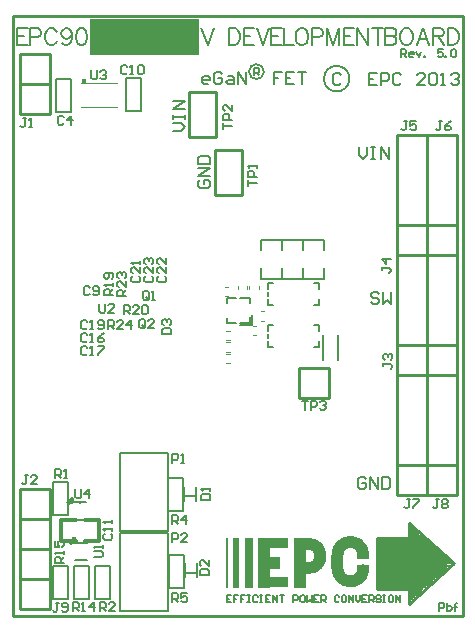
<source format=gto>
%FSLAX25Y25*%
%MOIN*%
G70*
G01*
G75*
%ADD10R,0.03000X0.03370*%
%ADD11R,0.03000X0.03000*%
%ADD12R,0.01181X0.02559*%
%ADD13R,0.07000X0.13500*%
%ADD14R,0.06890X0.05709*%
%ADD15R,0.02953X0.01181*%
%ADD16R,0.02362X0.01181*%
%ADD17R,0.01575X0.02362*%
%ADD18C,0.00886*%
G04:AMPARAMS|DCode=19|XSize=10.83mil|YSize=57.36mil|CornerRadius=2.71mil|HoleSize=0mil|Usage=FLASHONLY|Rotation=180.000|XOffset=0mil|YOffset=0mil|HoleType=Round|Shape=RoundedRectangle|*
%AMROUNDEDRECTD19*
21,1,0.01083,0.05195,0,0,180.0*
21,1,0.00541,0.05736,0,0,180.0*
1,1,0.00541,-0.00271,0.02597*
1,1,0.00541,0.00271,0.02597*
1,1,0.00541,0.00271,-0.02597*
1,1,0.00541,-0.00271,-0.02597*
%
%ADD19ROUNDEDRECTD19*%
G04:AMPARAMS|DCode=20|XSize=10.83mil|YSize=25.79mil|CornerRadius=2.71mil|HoleSize=0mil|Usage=FLASHONLY|Rotation=180.000|XOffset=0mil|YOffset=0mil|HoleType=Round|Shape=RoundedRectangle|*
%AMROUNDEDRECTD20*
21,1,0.01083,0.02037,0,0,180.0*
21,1,0.00541,0.02579,0,0,180.0*
1,1,0.00541,-0.00271,0.01019*
1,1,0.00541,0.00271,0.01019*
1,1,0.00541,0.00271,-0.01019*
1,1,0.00541,-0.00271,-0.01019*
%
%ADD20ROUNDEDRECTD20*%
%ADD21R,0.02362X0.01575*%
%ADD22R,0.05000X0.03000*%
%ADD23R,0.03150X0.03150*%
%ADD24R,0.03937X0.07874*%
%ADD25C,0.02000*%
%ADD26C,0.01500*%
%ADD27C,0.01969*%
%ADD28C,0.01800*%
%ADD29C,0.01200*%
%ADD30C,0.00800*%
%ADD31C,0.01000*%
%ADD32C,0.00984*%
%ADD33C,0.00600*%
%ADD34C,0.01083*%
%ADD35R,0.08268X0.05118*%
%ADD36R,0.09055X0.03937*%
%ADD37R,0.07087X0.03937*%
%ADD38R,0.07087X0.04331*%
%ADD39R,0.02756X0.07087*%
%ADD40R,0.01969X0.07972*%
%ADD41C,0.00984*%
%ADD42C,0.06000*%
%ADD43C,0.05000*%
%ADD44R,0.05000X0.05000*%
%ADD45C,0.02500*%
%ADD46C,0.02000*%
%ADD47C,0.01000*%
%ADD48R,0.00295X0.00098*%
%ADD49C,0.04000*%
%ADD50C,0.00500*%
%ADD51C,0.00787*%
%ADD52C,0.00787*%
%ADD53C,0.00394*%
%ADD54C,0.00400*%
%ADD55C,0.00591*%
%ADD56C,0.00700*%
%ADD57R,0.04000X0.02100*%
%ADD58R,0.04100X0.16500*%
%ADD59R,0.10100X0.03500*%
%ADD60R,0.04200X0.16500*%
%ADD61R,0.05000X0.04000*%
%ADD62R,0.10000X0.03500*%
%ADD63R,0.03500X0.13500*%
%ADD64R,0.03000X0.16500*%
%ADD65R,0.02000X0.16500*%
%ADD66R,0.01000X0.16500*%
%ADD67R,0.03100X0.04000*%
%ADD68R,0.04000X0.04000*%
%ADD69R,0.04000X0.02200*%
%ADD70R,0.16200X0.16900*%
%ADD71R,0.05500X0.08500*%
%ADD72R,0.03000X0.03900*%
%ADD73R,0.02000X0.01100*%
%ADD74R,0.01500X0.01100*%
%ADD75R,0.01400X0.01600*%
%ADD76R,0.01600X0.01600*%
%ADD77R,0.01200X0.01300*%
%ADD78R,0.01400X0.01400*%
%ADD79R,0.01700X0.01300*%
%ADD80R,0.02500X0.02700*%
%ADD81R,0.01800X0.02000*%
%ADD82R,0.01200X0.01000*%
%ADD83R,0.00800X0.01000*%
%ADD84R,0.01900X0.01700*%
%ADD85R,0.02000X0.01600*%
%ADD86R,0.01300X0.01100*%
%ADD87R,0.01100X0.00900*%
%ADD88R,0.02100X0.01100*%
%ADD89R,0.03000X0.02700*%
%ADD90R,0.01700X0.01600*%
%ADD91R,0.01500X0.01300*%
%ADD92R,0.01600X0.01500*%
%ADD93R,0.00800X0.00800*%
%ADD94R,0.01200X0.01200*%
%ADD95R,0.01100X0.01000*%
%ADD96R,0.01600X0.01300*%
%ADD97R,0.01500X0.01400*%
%ADD98R,0.03900X0.04700*%
%ADD99R,0.02500X0.01000*%
%ADD100R,0.22409X0.12000*%
%ADD101R,0.16300X0.12000*%
%ADD102R,0.01693X0.01516*%
D11*
X133630Y8200D02*
D03*
D26*
X18685Y37976D02*
G03*
X19685Y38976I0J1000D01*
G01*
X19402Y24693D02*
G03*
X20402Y25693I0J1000D01*
G01*
D29*
X24197Y25240D02*
X28697D01*
X24197Y32240D02*
X28697D01*
X16197D02*
X21197D01*
X16197Y25240D02*
X21197D01*
X28697D02*
Y32240D01*
X16197Y25240D02*
Y32240D01*
D31*
X132030Y26200D02*
Y31200D01*
X147030Y17700D01*
X132030Y4200D02*
X147030Y17700D01*
X132030Y4200D02*
Y9200D01*
X121530D02*
X132030D01*
X121530Y26200D02*
X132030D01*
X121530Y9200D02*
Y26200D01*
X128000Y130500D02*
X138000D01*
X128000Y120500D02*
X138000D01*
X128000D02*
Y160500D01*
X138000D01*
Y120500D02*
Y160500D01*
Y130500D02*
X148000D01*
X138000Y120500D02*
X148000D01*
X138000D02*
Y160500D01*
X148000D01*
Y120500D02*
Y160500D01*
X128000Y50500D02*
X138000D01*
X128000Y40500D02*
X138000D01*
X128000D02*
Y80500D01*
X138000D01*
Y40500D02*
Y80500D01*
Y90500D02*
X148000D01*
X138000Y80500D02*
X148000D01*
X138000D02*
Y120500D01*
X148000D01*
Y80500D02*
Y120500D01*
X12500Y167500D02*
Y187500D01*
X2500D02*
X12500D01*
X2500Y167500D02*
Y187500D01*
Y167500D02*
X12500D01*
X2500Y177500D02*
X12500D01*
X138000Y50500D02*
X148000D01*
X138000Y40500D02*
X148000D01*
X138000D02*
Y80500D01*
X148000D01*
Y40500D02*
Y80500D01*
X2500Y2500D02*
Y22500D01*
Y2500D02*
X12500D01*
Y22500D01*
X2500D02*
X12500D01*
X2500Y12500D02*
X12500D01*
X2500Y22500D02*
Y42500D01*
Y22500D02*
X12500D01*
Y42500D01*
X2500D02*
X12500D01*
X2500Y32500D02*
X12500D01*
X128000Y90500D02*
X138000D01*
X128000Y80500D02*
X138000D01*
X128000D02*
Y120500D01*
X138000D01*
Y80500D02*
Y120500D01*
X105394Y72953D02*
Y82953D01*
X95394D02*
X105394D01*
X95394Y72953D02*
X105394D01*
X95394D02*
Y82953D01*
D32*
X58661Y174803D02*
X67661D01*
Y159803D02*
Y174803D01*
X58661Y159803D02*
X67661D01*
X58661D02*
Y174803D01*
X76378Y140551D02*
Y155551D01*
X67378D02*
X76378D01*
X67378Y140551D02*
Y155551D01*
Y140551D02*
X76378D01*
X0Y0D02*
X150000D01*
X0Y200000D02*
X150000D01*
D33*
X83701Y181598D02*
G03*
X83701Y181598I-2500J0D01*
G01*
X112193Y179264D02*
G03*
X112193Y179264I-4244J0D01*
G01*
X103347Y85433D02*
Y93898D01*
X108465Y85433D02*
Y93898D01*
X53150Y24803D02*
Y27802D01*
X54649D01*
X55149Y27302D01*
Y26303D01*
X54649Y25803D01*
X53150D01*
X58148Y24803D02*
X56149D01*
X58148Y26803D01*
Y27302D01*
X57648Y27802D01*
X56648D01*
X56149Y27302D01*
X53150Y51181D02*
Y54180D01*
X54649D01*
X55149Y53680D01*
Y52681D01*
X54649Y52181D01*
X53150D01*
X56149Y51181D02*
X57148D01*
X56648D01*
Y54180D01*
X56149Y53680D01*
X16929Y17717D02*
X13930D01*
Y19216D01*
X14430Y19716D01*
X15430D01*
X15929Y19216D01*
Y17717D01*
Y18716D02*
X16929Y19716D01*
Y20716D02*
Y21715D01*
Y21215D01*
X13930D01*
X14430Y20716D01*
X13930Y25214D02*
Y23215D01*
X15430D01*
X14930Y24214D01*
Y24714D01*
X15430Y25214D01*
X16429D01*
X16929Y24714D01*
Y23715D01*
X16429Y23215D01*
X19913Y1780D02*
Y4778D01*
X21413D01*
X21913Y4279D01*
Y3279D01*
X21413Y2779D01*
X19913D01*
X20913D02*
X21913Y1780D01*
X22912D02*
X23912D01*
X23412D01*
Y4778D01*
X22912Y4279D01*
X26911Y1780D02*
Y4778D01*
X25412Y3279D01*
X27411D01*
X29055Y1780D02*
Y4778D01*
X30555D01*
X31054Y4279D01*
Y3279D01*
X30555Y2779D01*
X29055D01*
X30055D02*
X31054Y1780D01*
X34054D02*
X32054D01*
X34054Y3779D01*
Y4279D01*
X33554Y4778D01*
X32554D01*
X32054Y4279D01*
X17030Y166323D02*
X16530Y166823D01*
X15530D01*
X15031Y166323D01*
Y164323D01*
X15530Y163824D01*
X16530D01*
X17030Y164323D01*
X19529Y163824D02*
Y166823D01*
X18030Y165323D01*
X20029D01*
X38220Y183208D02*
X37720Y183708D01*
X36720D01*
X36220Y183208D01*
Y181209D01*
X36720Y180709D01*
X37720D01*
X38220Y181209D01*
X39219Y180709D02*
X40219D01*
X39719D01*
Y183708D01*
X39219Y183208D01*
X41719D02*
X42219Y183708D01*
X43218D01*
X43718Y183208D01*
Y181209D01*
X43218Y180709D01*
X42219D01*
X41719Y181209D01*
Y183208D01*
X62749Y38976D02*
X65748D01*
Y40476D01*
X65248Y40976D01*
X63249D01*
X62749Y40476D01*
Y38976D01*
X65748Y41975D02*
Y42975D01*
Y42475D01*
X62749D01*
X63249Y41975D01*
X62355Y13780D02*
X65354D01*
Y15279D01*
X64855Y15779D01*
X62855D01*
X62355Y15279D01*
Y13780D01*
X65354Y18778D02*
Y16779D01*
X63355Y18778D01*
X62855D01*
X62355Y18278D01*
Y17278D01*
X62855Y16779D01*
X123001Y116499D02*
Y115500D01*
Y115999D01*
X125500D01*
X126000Y115500D01*
Y115000D01*
X125500Y114500D01*
X126000Y118999D02*
X123001D01*
X124501Y117499D01*
Y119498D01*
X131499Y164999D02*
X130500D01*
X131000D01*
Y162500D01*
X130500Y162000D01*
X130000D01*
X129500Y162500D01*
X134498Y164999D02*
X132499D01*
Y163499D01*
X133499Y163999D01*
X133999D01*
X134498Y163499D01*
Y162500D01*
X133999Y162000D01*
X132999D01*
X132499Y162500D01*
X142999Y164999D02*
X142000D01*
X142499D01*
Y162500D01*
X142000Y162000D01*
X141500D01*
X141000Y162500D01*
X145998Y164999D02*
X144999Y164499D01*
X143999Y163499D01*
Y162500D01*
X144499Y162000D01*
X145499D01*
X145998Y162500D01*
Y163000D01*
X145499Y163499D01*
X143999D01*
X132499Y38999D02*
X131500D01*
X132000D01*
Y36500D01*
X131500Y36000D01*
X131000D01*
X130500Y36500D01*
X133499Y38999D02*
X135498D01*
Y38499D01*
X133499Y36500D01*
Y36000D01*
X141999Y38999D02*
X141000D01*
X141499D01*
Y36500D01*
X141000Y36000D01*
X140500D01*
X140000Y36500D01*
X142999Y38499D02*
X143499Y38999D01*
X144499D01*
X144998Y38499D01*
Y37999D01*
X144499Y37499D01*
X144998Y37000D01*
Y36500D01*
X144499Y36000D01*
X143499D01*
X142999Y36500D01*
Y37000D01*
X143499Y37499D01*
X142999Y37999D01*
Y38499D01*
X143499Y37499D02*
X144499D01*
X14173Y46063D02*
Y49062D01*
X15673D01*
X16173Y48562D01*
Y47563D01*
X15673Y47063D01*
X14173D01*
X15173D02*
X16173Y46063D01*
X17172D02*
X18172D01*
X17672D01*
Y49062D01*
X17172Y48562D01*
X53150Y30709D02*
Y33708D01*
X54649D01*
X55149Y33208D01*
Y32208D01*
X54649Y31708D01*
X53150D01*
X54149D02*
X55149Y30709D01*
X57648D02*
Y33708D01*
X56149Y32208D01*
X58148D01*
X53150Y4724D02*
Y7723D01*
X54649D01*
X55149Y7224D01*
Y6224D01*
X54649Y5724D01*
X53150D01*
X54149D02*
X55149Y4724D01*
X58148Y7723D02*
X56149D01*
Y6224D01*
X57148Y6724D01*
X57648D01*
X58148Y6224D01*
Y5224D01*
X57648Y4724D01*
X56648D01*
X56149Y5224D01*
X96394Y71952D02*
X98393D01*
X97393D01*
Y68953D01*
X99393D02*
Y71952D01*
X100892D01*
X101392Y71452D01*
Y70452D01*
X100892Y69952D01*
X99393D01*
X102392Y71452D02*
X102892Y71952D01*
X103891D01*
X104391Y71452D01*
Y70952D01*
X103891Y70452D01*
X103391D01*
X103891D01*
X104391Y69952D01*
Y69453D01*
X103891Y68953D01*
X102892D01*
X102392Y69453D01*
X26922Y19685D02*
X29421D01*
X29921Y20185D01*
Y21185D01*
X29421Y21684D01*
X26922D01*
X29921Y22684D02*
Y23684D01*
Y23184D01*
X26922D01*
X27422Y22684D01*
X4499Y165999D02*
X3500D01*
X3999D01*
Y163500D01*
X3500Y163000D01*
X3000D01*
X2500Y163500D01*
X5499Y163000D02*
X6499D01*
X5999D01*
Y165999D01*
X5499Y165499D01*
X123501Y84499D02*
Y83500D01*
Y84000D01*
X126000D01*
X126500Y83500D01*
Y83000D01*
X126000Y82500D01*
X124001Y85499D02*
X123501Y85999D01*
Y86999D01*
X124001Y87498D01*
X124501D01*
X125001Y86999D01*
Y86499D01*
Y86999D01*
X125500Y87498D01*
X126000D01*
X126500Y86999D01*
Y85999D01*
X126000Y85499D01*
X30572Y27590D02*
X30072Y27090D01*
Y26090D01*
X30572Y25591D01*
X32571D01*
X33071Y26090D01*
Y27090D01*
X32571Y27590D01*
X33071Y28590D02*
Y29589D01*
Y29089D01*
X30072D01*
X30572Y28590D01*
X33071Y31089D02*
Y32089D01*
Y31589D01*
X30072D01*
X30572Y31089D01*
X26091Y182069D02*
Y179570D01*
X26591Y179070D01*
X27591D01*
X28091Y179570D01*
Y182069D01*
X29090Y181569D02*
X29590Y182069D01*
X30590D01*
X31090Y181569D01*
Y181069D01*
X30590Y180570D01*
X30090D01*
X30590D01*
X31090Y180070D01*
Y179570D01*
X30590Y179070D01*
X29590D01*
X29090Y179570D01*
X15385Y4574D02*
X14386D01*
X14885D01*
Y2075D01*
X14386Y1575D01*
X13886D01*
X13386Y2075D01*
X16385D02*
X16885Y1575D01*
X17884D01*
X18384Y2075D01*
Y4074D01*
X17884Y4574D01*
X16885D01*
X16385Y4074D01*
Y3574D01*
X16885Y3074D01*
X18384D01*
X4999Y46999D02*
X4000D01*
X4499D01*
Y44500D01*
X4000Y44000D01*
X3500D01*
X3000Y44500D01*
X7998Y44000D02*
X5999D01*
X7998Y45999D01*
Y46499D01*
X7499Y46999D01*
X6499D01*
X5999Y46499D01*
X20866Y42369D02*
Y39870D01*
X21366Y39370D01*
X22366D01*
X22865Y39870D01*
Y42369D01*
X25365Y39370D02*
Y42369D01*
X23865Y40870D01*
X25864D01*
X24834Y93838D02*
X24334Y94338D01*
X23335D01*
X22835Y93838D01*
Y91838D01*
X23335Y91339D01*
X24334D01*
X24834Y91838D01*
X25834Y91339D02*
X26833D01*
X26333D01*
Y94338D01*
X25834Y93838D01*
X30332Y94338D02*
X29333Y93838D01*
X28333Y92838D01*
Y91838D01*
X28833Y91339D01*
X29832D01*
X30332Y91838D01*
Y92338D01*
X29832Y92838D01*
X28333D01*
X24834Y89507D02*
X24334Y90007D01*
X23335D01*
X22835Y89507D01*
Y87508D01*
X23335Y87008D01*
X24334D01*
X24834Y87508D01*
X25834Y87008D02*
X26833D01*
X26333D01*
Y90007D01*
X25834Y89507D01*
X28333Y90007D02*
X30332D01*
Y89507D01*
X28333Y87508D01*
Y87008D01*
X28740Y104180D02*
Y101681D01*
X29240Y101181D01*
X30240D01*
X30740Y101681D01*
Y104180D01*
X33738Y101181D02*
X31739D01*
X33738Y103180D01*
Y103680D01*
X33239Y104180D01*
X32239D01*
X31739Y103680D01*
X45306Y106012D02*
Y108011D01*
X44807Y108511D01*
X43807D01*
X43307Y108011D01*
Y106012D01*
X43807Y105512D01*
X44807D01*
X44307Y106511D02*
X45306Y105512D01*
X44807D02*
X45306Y106012D01*
X46306Y105512D02*
X47306D01*
X46806D01*
Y108511D01*
X46306Y108011D01*
X44125Y96563D02*
Y98562D01*
X43626Y99062D01*
X42626D01*
X42126Y98562D01*
Y96563D01*
X42626Y96063D01*
X43626D01*
X43126Y97063D02*
X44125Y96063D01*
X43626D02*
X44125Y96563D01*
X47124Y96063D02*
X45125D01*
X47124Y98062D01*
Y98562D01*
X46624Y99062D01*
X45625D01*
X45125Y98562D01*
X48682Y113417D02*
X48182Y112917D01*
Y111917D01*
X48682Y111417D01*
X50681D01*
X51181Y111917D01*
Y112917D01*
X50681Y113417D01*
X51181Y116416D02*
Y114416D01*
X49182Y116416D01*
X48682D01*
X48182Y115916D01*
Y114916D01*
X48682Y114416D01*
X51181Y119415D02*
Y117415D01*
X49182Y119415D01*
X48682D01*
X48182Y118915D01*
Y117915D01*
X48682Y117415D01*
X44351Y113417D02*
X43851Y112917D01*
Y111917D01*
X44351Y111417D01*
X46350D01*
X46850Y111917D01*
Y112917D01*
X46350Y113417D01*
X46850Y116416D02*
Y114416D01*
X44851Y116416D01*
X44351D01*
X43851Y115916D01*
Y114916D01*
X44351Y114416D01*
Y117415D02*
X43851Y117915D01*
Y118915D01*
X44351Y119415D01*
X44851D01*
X45351Y118915D01*
Y118415D01*
Y118915D01*
X45851Y119415D01*
X46350D01*
X46850Y118915D01*
Y117915D01*
X46350Y117415D01*
X40020Y113417D02*
X39521Y112917D01*
Y111917D01*
X40020Y111417D01*
X42020D01*
X42520Y111917D01*
Y112917D01*
X42020Y113417D01*
X42520Y116416D02*
Y114416D01*
X40520Y116416D01*
X40020D01*
X39521Y115916D01*
Y114916D01*
X40020Y114416D01*
X42520Y117415D02*
Y118415D01*
Y117915D01*
X39521D01*
X40020Y117415D01*
X49757Y94095D02*
X52756D01*
Y95594D01*
X52256Y96094D01*
X50257D01*
X49757Y95594D01*
Y94095D01*
X50257Y97093D02*
X49757Y97593D01*
Y98593D01*
X50257Y99093D01*
X50757D01*
X51256Y98593D01*
Y98093D01*
Y98593D01*
X51756Y99093D01*
X52256D01*
X52756Y98593D01*
Y97593D01*
X52256Y97093D01*
X142126Y1969D02*
Y4468D01*
X143376D01*
X143792Y4051D01*
Y3218D01*
X143376Y2802D01*
X142126D01*
X144625Y4468D02*
Y1969D01*
X145875D01*
X146291Y2385D01*
Y2802D01*
Y3218D01*
X145875Y3635D01*
X144625D01*
X147541Y1969D02*
Y4051D01*
Y3218D01*
X147124D01*
X147957D01*
X147541D01*
Y4051D01*
X147957Y4468D01*
X80401Y180398D02*
Y182897D01*
X81650D01*
X82067Y182480D01*
Y181647D01*
X81650Y181231D01*
X80401D01*
X81234D02*
X82067Y180398D01*
X122166Y107332D02*
X121499Y107999D01*
X120167D01*
X119500Y107332D01*
Y106666D01*
X120167Y105999D01*
X121499D01*
X122166Y105333D01*
Y104666D01*
X121499Y104000D01*
X120167D01*
X119500Y104666D01*
X123499Y107999D02*
Y104000D01*
X124832Y105333D01*
X126164Y104000D01*
Y107999D01*
X109356Y180596D02*
X108690Y181263D01*
X107357D01*
X106690Y180596D01*
Y177930D01*
X107357Y177264D01*
X108690D01*
X109356Y177930D01*
X121352Y181263D02*
X118686D01*
Y177264D01*
X121352D01*
X118686Y179263D02*
X120019D01*
X122685Y177264D02*
Y181263D01*
X124685D01*
X125351Y180596D01*
Y179263D01*
X124685Y178597D01*
X122685D01*
X129350Y180596D02*
X128683Y181263D01*
X127350D01*
X126684Y180596D01*
Y177930D01*
X127350Y177264D01*
X128683D01*
X129350Y177930D01*
X137347Y177264D02*
X134681D01*
X137347Y179930D01*
Y180596D01*
X136681Y181263D01*
X135348D01*
X134681Y180596D01*
X138680D02*
X139347Y181263D01*
X140679D01*
X141346Y180596D01*
Y177930D01*
X140679Y177264D01*
X139347D01*
X138680Y177930D01*
Y180596D01*
X142679Y177264D02*
X144012D01*
X143345D01*
Y181263D01*
X142679Y180596D01*
X146011D02*
X146677Y181263D01*
X148010D01*
X148677Y180596D01*
Y179930D01*
X148010Y179263D01*
X147344D01*
X148010D01*
X148677Y178597D01*
Y177930D01*
X148010Y177264D01*
X146677D01*
X146011Y177930D01*
X72863Y6999D02*
X71330D01*
Y4700D01*
X72863D01*
X71330Y5850D02*
X72096D01*
X75162Y6999D02*
X73629D01*
Y5850D01*
X74396D01*
X73629D01*
Y4700D01*
X77461Y6999D02*
X75928D01*
Y5850D01*
X76695D01*
X75928D01*
Y4700D01*
X78228Y6999D02*
X78994D01*
X78611D01*
Y4700D01*
X78228D01*
X78994D01*
X81677Y6616D02*
X81293Y6999D01*
X80527D01*
X80144Y6616D01*
Y5083D01*
X80527Y4700D01*
X81293D01*
X81677Y5083D01*
X82443Y6999D02*
X83210D01*
X82826D01*
Y4700D01*
X82443D01*
X83210D01*
X85892Y6999D02*
X84359D01*
Y4700D01*
X85892D01*
X84359Y5850D02*
X85126D01*
X86658Y4700D02*
Y6999D01*
X88191Y4700D01*
Y6999D01*
X88958D02*
X90491D01*
X89724D01*
Y4700D01*
X93556D02*
Y6999D01*
X94706D01*
X95089Y6616D01*
Y5850D01*
X94706Y5466D01*
X93556D01*
X97005Y6999D02*
X96239D01*
X95855Y6616D01*
Y5083D01*
X96239Y4700D01*
X97005D01*
X97388Y5083D01*
Y6616D01*
X97005Y6999D01*
X98155D02*
Y4700D01*
X98921Y5466D01*
X99687Y4700D01*
Y6999D01*
X101987D02*
X100454D01*
Y4700D01*
X101987D01*
X100454Y5850D02*
X101220D01*
X102753Y4700D02*
Y6999D01*
X103903D01*
X104286Y6616D01*
Y5850D01*
X103903Y5466D01*
X102753D01*
X103520D02*
X104286Y4700D01*
X108885Y6616D02*
X108501Y6999D01*
X107735D01*
X107352Y6616D01*
Y5083D01*
X107735Y4700D01*
X108501D01*
X108885Y5083D01*
X110801Y6999D02*
X110034D01*
X109651Y6616D01*
Y5083D01*
X110034Y4700D01*
X110801D01*
X111184Y5083D01*
Y6616D01*
X110801Y6999D01*
X111950Y4700D02*
Y6999D01*
X113483Y4700D01*
Y6999D01*
X114250D02*
Y5466D01*
X115016Y4700D01*
X115782Y5466D01*
Y6999D01*
X118082D02*
X116549D01*
Y4700D01*
X118082D01*
X116549Y5850D02*
X117315D01*
X118848Y4700D02*
Y6999D01*
X119998D01*
X120381Y6616D01*
Y5850D01*
X119998Y5466D01*
X118848D01*
X119615D02*
X120381Y4700D01*
X122680Y6616D02*
X122297Y6999D01*
X121530D01*
X121147Y6616D01*
Y6233D01*
X121530Y5850D01*
X122297D01*
X122680Y5466D01*
Y5083D01*
X122297Y4700D01*
X121530D01*
X121147Y5083D01*
X123447Y6999D02*
X124213D01*
X123830D01*
Y4700D01*
X123447D01*
X124213D01*
X126512Y6999D02*
X125746D01*
X125363Y6616D01*
Y5083D01*
X125746Y4700D01*
X126512D01*
X126895Y5083D01*
Y6616D01*
X126512Y6999D01*
X127662Y4700D02*
Y6999D01*
X129195Y4700D01*
Y6999D01*
X64999Y177500D02*
X63666D01*
X63000Y178166D01*
Y179499D01*
X63666Y180166D01*
X64999D01*
X65666Y179499D01*
Y178833D01*
X63000D01*
X69665Y180832D02*
X68998Y181499D01*
X67665D01*
X66999Y180832D01*
Y178166D01*
X67665Y177500D01*
X68998D01*
X69665Y178166D01*
Y179499D01*
X68332D01*
X71664Y180166D02*
X72997D01*
X73663Y179499D01*
Y177500D01*
X71664D01*
X70997Y178166D01*
X71664Y178833D01*
X73663D01*
X74996Y177500D02*
Y181499D01*
X77662Y177500D01*
Y181499D01*
X89658D02*
X86992D01*
Y179499D01*
X88325D01*
X86992D01*
Y177500D01*
X93657Y181499D02*
X90991D01*
Y177500D01*
X93657D01*
X90991Y179499D02*
X92324D01*
X94990Y181499D02*
X97655D01*
X96323D01*
Y177500D01*
X129500Y186500D02*
Y188999D01*
X130750D01*
X131166Y188583D01*
Y187750D01*
X130750Y187333D01*
X129500D01*
X130333D02*
X131166Y186500D01*
X133249D02*
X132416D01*
X131999Y186916D01*
Y187750D01*
X132416Y188166D01*
X133249D01*
X133665Y187750D01*
Y187333D01*
X131999D01*
X134498Y188166D02*
X135331Y186500D01*
X136164Y188166D01*
X136998Y186500D02*
Y186916D01*
X137414D01*
Y186500D01*
X136998D01*
X143246Y188999D02*
X141579D01*
Y187750D01*
X142412Y188166D01*
X142829D01*
X143246Y187750D01*
Y186916D01*
X142829Y186500D01*
X141996D01*
X141579Y186916D01*
X144079Y186500D02*
Y186916D01*
X144495D01*
Y186500D01*
X144079D01*
X146161Y188583D02*
X146578Y188999D01*
X147411D01*
X147827Y188583D01*
Y186916D01*
X147411Y186500D01*
X146578D01*
X146161Y186916D01*
Y188583D01*
D41*
X150000Y0D02*
Y200000D01*
X0Y0D02*
Y200000D01*
D49*
X98530Y16128D02*
G03*
X98530Y24200I0J4036D01*
G01*
X116800Y21032D02*
G03*
X108230Y20500I-4270J-508D01*
G01*
Y15900D02*
G03*
X116789Y15406I4299J88D01*
G01*
D50*
X22083Y37984D02*
G03*
X22980Y37947I457J183D01*
G01*
X22343Y24606D02*
G03*
X23240Y24569I457J183D01*
G01*
X35795Y1724D02*
X51795D01*
X35795D02*
Y27724D01*
X51795D01*
Y1724D02*
Y27724D01*
X35795Y28496D02*
X51795D01*
X35795D02*
Y54496D01*
X51795D01*
Y28496D02*
Y54496D01*
X20508Y32079D02*
X24445D01*
X20508Y37984D02*
X24445D01*
X20768Y24606D02*
X24705D01*
X20768Y18701D02*
X24705D01*
X71468Y106030D02*
X74499D01*
X75838D02*
X79027D01*
X71468Y97920D02*
X74539D01*
X71468D02*
Y99613D01*
Y104337D02*
Y106030D01*
X79027Y104337D02*
Y106030D01*
X75720Y97211D02*
X79735D01*
Y100557D01*
X75798Y97920D02*
X78948D01*
X79027Y97998D01*
Y99652D01*
X84997Y106884D02*
Y108065D01*
X100351Y111057D02*
X101926D01*
X84997Y103892D02*
X86572D01*
X101926Y109050D02*
Y111057D01*
X84997Y103892D02*
Y105900D01*
Y111057D02*
X86729D01*
X84997Y109050D02*
Y111057D01*
X101926Y103892D02*
Y105900D01*
X100351Y103892D02*
X101926D01*
X84997Y92884D02*
Y94065D01*
X100351Y97057D02*
X101926D01*
X84997Y89892D02*
X86572D01*
X101926Y95050D02*
Y97057D01*
X84997Y89892D02*
Y91900D01*
Y97057D02*
X86729D01*
X84997Y95050D02*
Y97057D01*
X101926Y89892D02*
Y91900D01*
X100351Y89892D02*
X101926D01*
X100103Y112588D02*
X103603D01*
X96603D02*
Y116088D01*
Y125588D02*
X103603D01*
X96603Y112588D02*
X100103D01*
X96603Y122088D02*
Y125588D01*
X103603Y112588D02*
Y116088D01*
Y122188D02*
Y125588D01*
X96615Y122188D02*
Y125588D01*
Y112588D02*
Y116088D01*
X89615Y122088D02*
Y125588D01*
Y112588D02*
X93115D01*
X89615Y125588D02*
X96615D01*
X89615Y112588D02*
Y116088D01*
X93115Y112588D02*
X96615D01*
X86127D02*
X89627D01*
X82627D02*
Y116088D01*
Y125588D02*
X89627D01*
X82627Y112588D02*
X86127D01*
X82627Y122088D02*
Y125588D01*
X89627Y112588D02*
Y116088D01*
Y122188D02*
Y125588D01*
X70190Y162606D02*
Y164606D01*
Y163606D01*
X73189D01*
Y165605D02*
X70190D01*
Y167105D01*
X70690Y167605D01*
X71689D01*
X72189Y167105D01*
Y165605D01*
X73189Y170604D02*
Y168604D01*
X71190Y170604D01*
X70690D01*
X70190Y170104D01*
Y169104D01*
X70690Y168604D01*
X78379Y143551D02*
Y145551D01*
Y144551D01*
X81378D01*
Y146550D02*
X78379D01*
Y148050D01*
X78879Y148550D01*
X79878D01*
X80378Y148050D01*
Y146550D01*
X81378Y149549D02*
Y150549D01*
Y150049D01*
X78379D01*
X78879Y149549D01*
X33465Y107087D02*
X30465D01*
Y108586D01*
X30965Y109086D01*
X31965D01*
X32465Y108586D01*
Y107087D01*
Y108086D02*
X33465Y109086D01*
Y110086D02*
Y111085D01*
Y110585D01*
X30465D01*
X30965Y110086D01*
X32965Y112585D02*
X33465Y113085D01*
Y114084D01*
X32965Y114584D01*
X30965D01*
X30465Y114084D01*
Y113085D01*
X30965Y112585D01*
X31465D01*
X31965Y113085D01*
Y114584D01*
X37795Y106693D02*
X34796D01*
Y108192D01*
X35296Y108692D01*
X36296D01*
X36796Y108192D01*
Y106693D01*
Y107693D02*
X37795Y108692D01*
Y111691D02*
Y109692D01*
X35796Y111691D01*
X35296D01*
X34796Y111191D01*
Y110192D01*
X35296Y109692D01*
Y112691D02*
X34796Y113191D01*
Y114190D01*
X35296Y114690D01*
X35796D01*
X36296Y114190D01*
Y113691D01*
Y114190D01*
X36796Y114690D01*
X37295D01*
X37795Y114190D01*
Y113191D01*
X37295Y112691D01*
X37008Y100787D02*
Y103786D01*
X38507D01*
X39007Y103287D01*
Y102287D01*
X38507Y101787D01*
X37008D01*
X38008D02*
X39007Y100787D01*
X42006D02*
X40007D01*
X42006Y102787D01*
Y103287D01*
X41506Y103786D01*
X40507D01*
X40007Y103287D01*
X43006D02*
X43506Y103786D01*
X44506D01*
X45005Y103287D01*
Y101287D01*
X44506Y100787D01*
X43506D01*
X43006Y101287D01*
Y103287D01*
X31890Y95669D02*
Y98668D01*
X33389D01*
X33889Y98168D01*
Y97169D01*
X33389Y96669D01*
X31890D01*
X32889D02*
X33889Y95669D01*
X36888D02*
X34889D01*
X36888Y97669D01*
Y98168D01*
X36388Y98668D01*
X35389D01*
X34889Y98168D01*
X39387Y95669D02*
Y98668D01*
X37888Y97169D01*
X39887D01*
X25621Y109586D02*
X25122Y110086D01*
X24122D01*
X23622Y109586D01*
Y107586D01*
X24122Y107087D01*
X25122D01*
X25621Y107586D01*
X26621D02*
X27121Y107087D01*
X28121D01*
X28620Y107586D01*
Y109586D01*
X28121Y110086D01*
X27121D01*
X26621Y109586D01*
Y109086D01*
X27121Y108586D01*
X28620D01*
X24834Y98168D02*
X24334Y98668D01*
X23335D01*
X22835Y98168D01*
Y96169D01*
X23335Y95669D01*
X24334D01*
X24834Y96169D01*
X25834Y95669D02*
X26833D01*
X26333D01*
Y98668D01*
X25834Y98168D01*
X28333Y96169D02*
X28833Y95669D01*
X29832D01*
X30332Y96169D01*
Y98168D01*
X29832Y98668D01*
X28833D01*
X28333Y98168D01*
Y97669D01*
X28833Y97169D01*
X30332D01*
D51*
X18248Y33870D02*
Y44870D01*
X13248D02*
X18248D01*
X13248Y33870D02*
Y44870D01*
Y33870D02*
X18248D01*
X51831Y35051D02*
Y46051D01*
Y35051D02*
X56831D01*
Y46051D01*
X51831D02*
X56831D01*
X52224Y9461D02*
Y20461D01*
Y9461D02*
X57224D01*
Y20461D01*
X52224D02*
X57224D01*
X13248Y5917D02*
X18248D01*
X13248D02*
Y16917D01*
X18248D01*
Y5917D02*
Y16917D01*
X27421D02*
X32421D01*
Y5917D02*
Y16917D01*
X27421Y5917D02*
X32421D01*
X27421D02*
Y16917D01*
X20335D02*
X25335D01*
Y5917D02*
Y16917D01*
X20335Y5917D02*
X25335D01*
X20335D02*
Y16917D01*
X37791Y168370D02*
Y179370D01*
Y168370D02*
X42791D01*
Y179370D01*
X37791D02*
X42791D01*
X14331Y168024D02*
Y179024D01*
Y168024D02*
X19331D01*
Y179024D01*
X14331D02*
X19331D01*
D52*
X57087Y40157D02*
X61024D01*
X57087Y38583D02*
Y43307D01*
X61024Y38583D02*
Y43307D01*
X57480Y14567D02*
X61417D01*
X57480Y12992D02*
Y17717D01*
X61417Y12992D02*
Y17717D01*
D53*
X22791Y169980D02*
X34602D01*
X22791Y177854D02*
X34602D01*
D54*
X71190Y88287D02*
X72371D01*
X71190Y91437D02*
X72371D01*
X71190Y84449D02*
X72371D01*
X71190Y87598D02*
X72371D01*
X78150Y109083D02*
Y110265D01*
X75000Y109083D02*
Y110265D01*
X78839Y109083D02*
Y110265D01*
X81988Y109083D02*
Y110265D01*
X82705Y98524D02*
X83887D01*
X82705Y101673D02*
X83887D01*
X79950Y96949D02*
X81131D01*
X79950Y93799D02*
X81131D01*
X70698Y106693D02*
X71879D01*
X70698Y109843D02*
X71879D01*
X71228Y92100D02*
X72409D01*
X71228Y95250D02*
X72409D01*
D55*
X53344Y161957D02*
X56010D01*
X57342Y163290D01*
X56010Y164622D01*
X53344D01*
Y165955D02*
Y167288D01*
Y166622D01*
X57342D01*
Y165955D01*
Y167288D01*
Y169288D02*
X53344D01*
X57342Y171953D01*
X53344D01*
X62278Y145331D02*
X61611Y144665D01*
Y143332D01*
X62278Y142665D01*
X64944D01*
X65610Y143332D01*
Y144665D01*
X64944Y145331D01*
X63611D01*
Y143998D01*
X65610Y146664D02*
X61611D01*
X65610Y149330D01*
X61611D01*
Y150663D02*
X65610D01*
Y152662D01*
X64944Y153329D01*
X62278D01*
X61611Y152662D01*
Y150663D01*
X117666Y45832D02*
X116999Y46499D01*
X115666D01*
X115000Y45832D01*
Y43166D01*
X115666Y42500D01*
X116999D01*
X117666Y43166D01*
Y44499D01*
X116333D01*
X118999Y42500D02*
Y46499D01*
X121665Y42500D01*
Y46499D01*
X122997D02*
Y42500D01*
X124997D01*
X125663Y43166D01*
Y45832D01*
X124997Y46499D01*
X122997D01*
X115500Y156499D02*
Y153833D01*
X116833Y152500D01*
X118166Y153833D01*
Y156499D01*
X119499D02*
X120832D01*
X120165D01*
Y152500D01*
X119499D01*
X120832D01*
X122831D02*
Y156499D01*
X125497Y152500D01*
Y156499D01*
D56*
X4904Y195999D02*
X1500D01*
Y190500D01*
X4904D01*
X1500Y193380D02*
X3595D01*
X5821Y193119D02*
X8177D01*
X8963Y193380D01*
X9224Y193642D01*
X9486Y194166D01*
Y194951D01*
X9224Y195475D01*
X8963Y195737D01*
X8177Y195999D01*
X5821D01*
Y190500D01*
X14645Y194690D02*
X14383Y195213D01*
X13859Y195737D01*
X13336Y195999D01*
X12288D01*
X11765Y195737D01*
X11241Y195213D01*
X10979Y194690D01*
X10717Y193904D01*
Y192595D01*
X10979Y191809D01*
X11241Y191286D01*
X11765Y190762D01*
X12288Y190500D01*
X13336D01*
X13859Y190762D01*
X14383Y191286D01*
X14645Y191809D01*
X19594Y194166D02*
X19332Y193380D01*
X18808Y192857D01*
X18023Y192595D01*
X17761D01*
X16975Y192857D01*
X16452Y193380D01*
X16190Y194166D01*
Y194428D01*
X16452Y195213D01*
X16975Y195737D01*
X17761Y195999D01*
X18023D01*
X18808Y195737D01*
X19332Y195213D01*
X19594Y194166D01*
Y192857D01*
X19332Y191547D01*
X18808Y190762D01*
X18023Y190500D01*
X17499D01*
X16713Y190762D01*
X16452Y191286D01*
X22657Y195999D02*
X21872Y195737D01*
X21348Y194951D01*
X21086Y193642D01*
Y192857D01*
X21348Y191547D01*
X21872Y190762D01*
X22657Y190500D01*
X23181D01*
X23967Y190762D01*
X24490Y191547D01*
X24752Y192857D01*
Y193642D01*
X24490Y194951D01*
X23967Y195737D01*
X23181Y195999D01*
X22657D01*
X27554D02*
X26768Y195737D01*
X26245Y194951D01*
X25983Y193642D01*
Y192857D01*
X26245Y191547D01*
X26768Y190762D01*
X27554Y190500D01*
X28078D01*
X28863Y190762D01*
X29387Y191547D01*
X29649Y192857D01*
Y193642D01*
X29387Y194951D01*
X28863Y195737D01*
X28078Y195999D01*
X27554D01*
X44365Y190762D02*
X44103Y190500D01*
X43841Y190762D01*
X44103Y191024D01*
X44365Y190762D01*
Y190238D01*
X44103Y189715D01*
X43841Y189453D01*
X62851Y195999D02*
X64946Y190500D01*
X67041Y195999D02*
X64946Y190500D01*
X72068Y195999D02*
Y190500D01*
Y195999D02*
X73901D01*
X74687Y195737D01*
X75210Y195213D01*
X75472Y194690D01*
X75734Y193904D01*
Y192595D01*
X75472Y191809D01*
X75210Y191286D01*
X74687Y190762D01*
X73901Y190500D01*
X72068D01*
X80369Y195999D02*
X76965D01*
Y190500D01*
X80369D01*
X76965Y193380D02*
X79060D01*
X81285Y195999D02*
X83380Y190500D01*
X85475Y195999D02*
X83380Y190500D01*
X89586Y195999D02*
X86182D01*
Y190500D01*
X89586D01*
X86182Y193380D02*
X88277D01*
X90502Y195999D02*
Y190500D01*
X93644D01*
X95818Y195999D02*
X95294Y195737D01*
X94770Y195213D01*
X94509Y194690D01*
X94247Y193904D01*
Y192595D01*
X94509Y191809D01*
X94770Y191286D01*
X95294Y190762D01*
X95818Y190500D01*
X96865D01*
X97389Y190762D01*
X97913Y191286D01*
X98175Y191809D01*
X98436Y192595D01*
Y193904D01*
X98175Y194690D01*
X97913Y195213D01*
X97389Y195737D01*
X96865Y195999D01*
X95818D01*
X99719Y193119D02*
X102076D01*
X102862Y193380D01*
X103123Y193642D01*
X103385Y194166D01*
Y194951D01*
X103123Y195475D01*
X102862Y195737D01*
X102076Y195999D01*
X99719D01*
Y190500D01*
X104616Y195999D02*
Y190500D01*
Y195999D02*
X106711Y190500D01*
X108806Y195999D02*
X106711Y190500D01*
X108806Y195999D02*
Y190500D01*
X113781Y195999D02*
X110377D01*
Y190500D01*
X113781D01*
X110377Y193380D02*
X112471D01*
X114697Y195999D02*
Y190500D01*
Y195999D02*
X118363Y190500D01*
Y195999D02*
Y190500D01*
X121715Y195999D02*
Y190500D01*
X119882Y195999D02*
X123548D01*
X124202D02*
Y190500D01*
Y195999D02*
X126559D01*
X127344Y195737D01*
X127606Y195475D01*
X127868Y194951D01*
Y194428D01*
X127606Y193904D01*
X127344Y193642D01*
X126559Y193380D01*
X124202D02*
X126559D01*
X127344Y193119D01*
X127606Y192857D01*
X127868Y192333D01*
Y191547D01*
X127606Y191024D01*
X127344Y190762D01*
X126559Y190500D01*
X124202D01*
X130670Y195999D02*
X130146Y195737D01*
X129622Y195213D01*
X129361Y194690D01*
X129099Y193904D01*
Y192595D01*
X129361Y191809D01*
X129622Y191286D01*
X130146Y190762D01*
X130670Y190500D01*
X131717D01*
X132241Y190762D01*
X132765Y191286D01*
X133027Y191809D01*
X133288Y192595D01*
Y193904D01*
X133027Y194690D01*
X132765Y195213D01*
X132241Y195737D01*
X131717Y195999D01*
X130670D01*
X138761Y190500D02*
X136666Y195999D01*
X134572Y190500D01*
X135357Y192333D02*
X137976D01*
X140044Y195999D02*
Y190500D01*
Y195999D02*
X142401D01*
X143186Y195737D01*
X143448Y195475D01*
X143710Y194951D01*
Y194428D01*
X143448Y193904D01*
X143186Y193642D01*
X142401Y193380D01*
X140044D01*
X141877D02*
X143710Y190500D01*
X144941Y195999D02*
Y190500D01*
Y195999D02*
X146774D01*
X147559Y195737D01*
X148083Y195213D01*
X148345Y194690D01*
X148607Y193904D01*
Y192595D01*
X148345Y191809D01*
X148083Y191286D01*
X147559Y190762D01*
X146774Y190500D01*
X144941D01*
D57*
X116830Y20150D02*
D03*
D58*
X95780Y17950D02*
D03*
D59*
X86680Y24450D02*
D03*
D60*
X83730Y17950D02*
D03*
D61*
X86630Y17700D02*
D03*
D62*
Y11450D02*
D03*
D63*
X95480Y16450D02*
D03*
D64*
X78630Y17950D02*
D03*
D65*
X74330D02*
D03*
D66*
X71330D02*
D03*
D67*
X97080Y24200D02*
D03*
D68*
X97230Y16100D02*
D03*
D69*
X116830Y16300D02*
D03*
D70*
X129730Y17650D02*
D03*
D71*
X139680D02*
D03*
D72*
X143430D02*
D03*
D73*
X145630D02*
D03*
D74*
X145180Y16850D02*
D03*
X132780Y5750D02*
D03*
D75*
X145230Y18400D02*
D03*
D76*
X142530Y19700D02*
D03*
D77*
X142630Y20750D02*
D03*
D78*
X143630Y19800D02*
D03*
D79*
X142680Y14750D02*
D03*
D80*
X138580Y12450D02*
D03*
Y23050D02*
D03*
D81*
X140130Y13100D02*
D03*
D82*
X141130Y13200D02*
D03*
D83*
X139830Y12100D02*
D03*
D84*
X138080Y10850D02*
D03*
D85*
X135430Y8800D02*
D03*
D86*
X135080Y7950D02*
D03*
D87*
X136480Y9050D02*
D03*
X139980Y23250D02*
D03*
D88*
X133180Y6450D02*
D03*
D89*
X133530Y27250D02*
D03*
D90*
X135380Y26600D02*
D03*
D91*
X132880Y29050D02*
D03*
X136380Y26250D02*
D03*
D92*
X140130Y22450D02*
D03*
D93*
X132630Y29900D02*
D03*
D94*
X133730Y28700D02*
D03*
D95*
X134980Y27500D02*
D03*
D96*
X138230Y24750D02*
D03*
D97*
X141080Y22100D02*
D03*
D98*
X108180Y18150D02*
D03*
D99*
X143250Y15500D02*
D03*
D100*
X36795Y193100D02*
D03*
D101*
X53950D02*
D03*
D102*
X23638Y178612D02*
D03*
M02*

</source>
